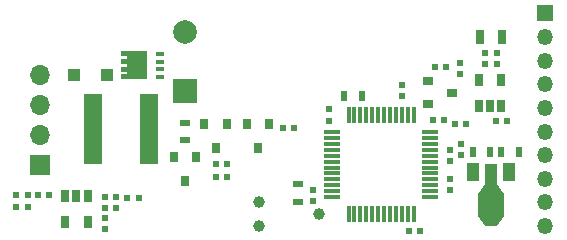
<source format=gts>
G04 #@! TF.GenerationSoftware,KiCad,Pcbnew,5.1.4+dfsg1-1*
G04 #@! TF.CreationDate,2020-04-13T22:05:46+02:00*
G04 #@! TF.ProjectId,OtterIron_PRO_Bot,4f747465-7249-4726-9f6e-5f50524f5f42,rev?*
G04 #@! TF.SameCoordinates,Original*
G04 #@! TF.FileFunction,Soldermask,Top*
G04 #@! TF.FilePolarity,Negative*
%FSLAX46Y46*%
G04 Gerber Fmt 4.6, Leading zero omitted, Abs format (unit mm)*
G04 Created by KiCad (PCBNEW 5.1.4+dfsg1-1) date 2020-04-13 22:05:46*
%MOMM*%
%LPD*%
G04 APERTURE LIST*
%ADD10O,1.350000X1.350000*%
%ADD11R,1.350000X1.350000*%
%ADD12R,0.300000X1.475000*%
%ADD13R,1.475000X0.300000*%
%ADD14R,1.600000X5.900000*%
%ADD15O,1.700000X1.700000*%
%ADD16R,1.700000X1.700000*%
%ADD17R,0.650000X1.060000*%
%ADD18R,0.900000X0.800000*%
%ADD19C,1.000000*%
%ADD20C,0.100000*%
%ADD21R,2.200000X1.840000*%
%ADD22R,1.000000X1.500000*%
%ADD23R,1.000000X1.800000*%
%ADD24C,0.850000*%
%ADD25R,0.500000X0.600000*%
%ADD26R,0.700000X1.300000*%
%ADD27R,0.600000X0.500000*%
%ADD28R,0.900000X0.600000*%
%ADD29R,0.800000X0.900000*%
%ADD30R,0.700000X0.420000*%
%ADD31C,1.710000*%
%ADD32C,0.985520*%
%ADD33C,0.988060*%
%ADD34R,1.100000X1.100000*%
%ADD35C,2.000000*%
%ADD36R,2.000000X2.000000*%
%ADD37R,0.600000X0.900000*%
G04 APERTURE END LIST*
D10*
X96900000Y-119000000D03*
X96900000Y-117000000D03*
X96900000Y-115000000D03*
X96900000Y-113000000D03*
X96900000Y-111000000D03*
X96900000Y-109000000D03*
X96900000Y-107000000D03*
X96900000Y-105000000D03*
X96900000Y-103000000D03*
D11*
X96900000Y-101000000D03*
D12*
X85750000Y-117962500D03*
X85250000Y-117962500D03*
X84750000Y-117962500D03*
X84250000Y-117962500D03*
X83750000Y-117962500D03*
X83250000Y-117962500D03*
X82750000Y-117962500D03*
X82250000Y-117962500D03*
X81750000Y-117962500D03*
X81250000Y-117962500D03*
X80750000Y-117962500D03*
X80250000Y-117962500D03*
D13*
X78837500Y-116550000D03*
X78837500Y-116050000D03*
X78837500Y-115550000D03*
X78837500Y-115050000D03*
X78837500Y-114550000D03*
X78837500Y-114050000D03*
X78837500Y-113550000D03*
X78837500Y-113050000D03*
X78837500Y-112550000D03*
X78837500Y-112050000D03*
X78837500Y-111550000D03*
X78837500Y-111050000D03*
D12*
X80250000Y-109637500D03*
X80750000Y-109637500D03*
X81250000Y-109637500D03*
X81750000Y-109637500D03*
X82250000Y-109637500D03*
X82750000Y-109637500D03*
X83250000Y-109637500D03*
X83750000Y-109637500D03*
X84250000Y-109637500D03*
X84750000Y-109637500D03*
X85250000Y-109637500D03*
X85750000Y-109637500D03*
D13*
X87162500Y-111050000D03*
X87162500Y-111550000D03*
X87162500Y-112050000D03*
X87162500Y-112550000D03*
X87162500Y-113050000D03*
X87162500Y-113550000D03*
X87162500Y-114050000D03*
X87162500Y-114550000D03*
X87162500Y-115050000D03*
X87162500Y-115550000D03*
X87162500Y-116050000D03*
X87162500Y-116550000D03*
D14*
X58650000Y-110800000D03*
X63350000Y-110800000D03*
D15*
X54100000Y-106180000D03*
X54100000Y-108720000D03*
X54100000Y-111260000D03*
D16*
X54100000Y-113800000D03*
D17*
X91250000Y-106600000D03*
X93150000Y-106600000D03*
X93150000Y-108800000D03*
X92200000Y-108800000D03*
X91250000Y-108800000D03*
D18*
X89000000Y-107700000D03*
X87000000Y-108650000D03*
X87000000Y-106750000D03*
D17*
X58150000Y-118700000D03*
X56250000Y-118700000D03*
X56250000Y-116500000D03*
X57200000Y-116500000D03*
X58150000Y-116500000D03*
D19*
X92300000Y-115823800D03*
D20*
G36*
X91200000Y-116323800D02*
G01*
X91900000Y-115323800D01*
X92700000Y-115323800D01*
X93400000Y-116323800D01*
X91200000Y-116323800D01*
X91200000Y-116323800D01*
G37*
D21*
X92300000Y-117233500D03*
D22*
X90800000Y-114420000D03*
D23*
X92300000Y-114566500D03*
D22*
X93800000Y-114420000D03*
D24*
X92300000Y-118567000D03*
D20*
G36*
X93400000Y-118142000D02*
G01*
X92800000Y-118992000D01*
X91800000Y-118992000D01*
X91200000Y-118142000D01*
X93400000Y-118142000D01*
X93400000Y-118142000D01*
G37*
D25*
X69000711Y-113756497D03*
X69940711Y-113756497D03*
D26*
X91350000Y-103000000D03*
X93250000Y-103000000D03*
D27*
X91800000Y-104330000D03*
X91800000Y-105270000D03*
X92800000Y-105270000D03*
X92800000Y-104330000D03*
D28*
X66400000Y-110250000D03*
X66400000Y-111750000D03*
D27*
X84800000Y-107030000D03*
X84800000Y-107970000D03*
D25*
X54870000Y-116400000D03*
X53930000Y-116400000D03*
X53070000Y-117400000D03*
X52130000Y-117400000D03*
D27*
X59600000Y-116530000D03*
X59600000Y-117470000D03*
D25*
X62470000Y-116600000D03*
X61530000Y-116600000D03*
X69940711Y-114887868D03*
X69000711Y-114887868D03*
X74730000Y-110700000D03*
X75670000Y-110700000D03*
X92730000Y-110100000D03*
X93670000Y-110100000D03*
D27*
X78600000Y-109130000D03*
X78600000Y-110070000D03*
X88800000Y-115970000D03*
X88800000Y-115030000D03*
D25*
X90170000Y-110400000D03*
X89230000Y-110400000D03*
D27*
X89700000Y-106170000D03*
X89700000Y-105230000D03*
D29*
X69000000Y-112400000D03*
X68050000Y-110400000D03*
X69950000Y-110400000D03*
X66400000Y-115200000D03*
X65450000Y-113200000D03*
X67350000Y-113200000D03*
D30*
X64300000Y-106375000D03*
X64300000Y-105075000D03*
X64300000Y-105725000D03*
X64300000Y-104425000D03*
D31*
X62345000Y-105400000D03*
D20*
G36*
X60950000Y-106165000D02*
G01*
X61490000Y-106165000D01*
X61490000Y-105935000D01*
X60950000Y-105935000D01*
X60950000Y-105515000D01*
X61490000Y-105515000D01*
X61490000Y-105285000D01*
X60950000Y-105285000D01*
X60950000Y-104865000D01*
X61490000Y-104865000D01*
X61490000Y-104635000D01*
X60950000Y-104635000D01*
X60950000Y-104215000D01*
X63200000Y-104215000D01*
X63200000Y-106585000D01*
X60950000Y-106585000D01*
X60950000Y-106165000D01*
X60950000Y-106165000D01*
G37*
D29*
X72600000Y-112400000D03*
X71650000Y-110400000D03*
X73550000Y-110400000D03*
D32*
X72660000Y-119016000D03*
X72660000Y-116984000D03*
D33*
X77740000Y-118000000D03*
D34*
X57000000Y-106200000D03*
X59800000Y-106200000D03*
D35*
X66400000Y-102600000D03*
D36*
X66400000Y-107600000D03*
D27*
X89800000Y-112970000D03*
X89800000Y-112030000D03*
D25*
X88470000Y-105500000D03*
X87530000Y-105500000D03*
X53070000Y-116400000D03*
X52130000Y-116400000D03*
D27*
X60600000Y-116530000D03*
X60600000Y-117470000D03*
D37*
X81350000Y-108000000D03*
X79850000Y-108000000D03*
D25*
X85330000Y-119400000D03*
X86270000Y-119400000D03*
D28*
X76000000Y-115450000D03*
X76000000Y-116950000D03*
D27*
X59600000Y-118330000D03*
X59600000Y-119270000D03*
X77200000Y-115930000D03*
X77200000Y-116870000D03*
X88800000Y-113470000D03*
X88800000Y-112530000D03*
D37*
X92250000Y-112700000D03*
X90750000Y-112700000D03*
D25*
X87430000Y-110000000D03*
X88370000Y-110000000D03*
D37*
X93150000Y-112700000D03*
X94650000Y-112700000D03*
M02*

</source>
